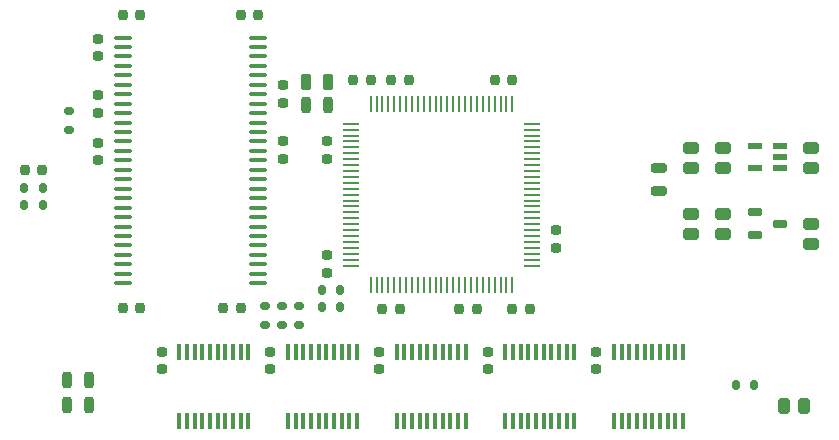
<source format=gtp>
G04 #@! TF.GenerationSoftware,KiCad,Pcbnew,7.0.10*
G04 #@! TF.CreationDate,2024-02-07T20:48:26-05:00*
G04 #@! TF.ProjectId,RAM2E,52414d32-452e-46b6-9963-61645f706362,2.1*
G04 #@! TF.SameCoordinates,Original*
G04 #@! TF.FileFunction,Paste,Top*
G04 #@! TF.FilePolarity,Positive*
%FSLAX46Y46*%
G04 Gerber Fmt 4.6, Leading zero omitted, Abs format (unit mm)*
G04 Created by KiCad (PCBNEW 7.0.10) date 2024-02-07 20:48:26*
%MOMM*%
%LPD*%
G01*
G04 APERTURE LIST*
G04 Aperture macros list*
%AMRoundRect*
0 Rectangle with rounded corners*
0 $1 Rounding radius*
0 $2 $3 $4 $5 $6 $7 $8 $9 X,Y pos of 4 corners*
0 Add a 4 corners polygon primitive as box body*
4,1,4,$2,$3,$4,$5,$6,$7,$8,$9,$2,$3,0*
0 Add four circle primitives for the rounded corners*
1,1,$1+$1,$2,$3*
1,1,$1+$1,$4,$5*
1,1,$1+$1,$6,$7*
1,1,$1+$1,$8,$9*
0 Add four rect primitives between the rounded corners*
20,1,$1+$1,$2,$3,$4,$5,0*
20,1,$1+$1,$4,$5,$6,$7,0*
20,1,$1+$1,$6,$7,$8,$9,0*
20,1,$1+$1,$8,$9,$2,$3,0*%
G04 Aperture macros list end*
%ADD10RoundRect,0.092500X0.092500X-0.592500X0.092500X0.592500X-0.092500X0.592500X-0.092500X-0.592500X0*%
%ADD11RoundRect,0.192500X-0.242500X0.192500X-0.242500X-0.192500X0.242500X-0.192500X0.242500X0.192500X0*%
%ADD12RoundRect,0.192500X0.242500X-0.192500X0.242500X0.192500X-0.242500X0.192500X-0.242500X-0.192500X0*%
%ADD13RoundRect,0.099500X-0.625500X-0.099500X0.625500X-0.099500X0.625500X0.099500X-0.625500X0.099500X0*%
%ADD14RoundRect,0.250000X0.250000X0.425000X-0.250000X0.425000X-0.250000X-0.425000X0.250000X-0.425000X0*%
%ADD15RoundRect,0.250000X-0.425000X0.250000X-0.425000X-0.250000X0.425000X-0.250000X0.425000X0.250000X0*%
%ADD16RoundRect,0.192500X-0.192500X-0.242500X0.192500X-0.242500X0.192500X0.242500X-0.192500X0.242500X0*%
%ADD17RoundRect,0.200000X-0.200000X-0.475000X0.200000X-0.475000X0.200000X0.475000X-0.200000X0.475000X0*%
%ADD18RoundRect,0.250000X0.425000X-0.250000X0.425000X0.250000X-0.425000X0.250000X-0.425000X-0.250000X0*%
%ADD19RoundRect,0.175000X-0.450000X-0.175000X0.450000X-0.175000X0.450000X0.175000X-0.450000X0.175000X0*%
%ADD20RoundRect,0.200000X0.475000X-0.200000X0.475000X0.200000X-0.475000X0.200000X-0.475000X-0.200000X0*%
%ADD21RoundRect,0.150000X-0.150000X-0.275000X0.150000X-0.275000X0.150000X0.275000X-0.150000X0.275000X0*%
%ADD22RoundRect,0.192500X0.192500X0.242500X-0.192500X0.242500X-0.192500X-0.242500X0.192500X-0.242500X0*%
%ADD23RoundRect,0.224700X0.224700X0.437200X-0.224700X0.437200X-0.224700X-0.437200X0.224700X-0.437200X0*%
%ADD24RoundRect,0.150000X-0.275000X0.150000X-0.275000X-0.150000X0.275000X-0.150000X0.275000X0.150000X0*%
%ADD25RoundRect,0.057500X0.645000X0.057500X-0.645000X0.057500X-0.645000X-0.057500X0.645000X-0.057500X0*%
%ADD26RoundRect,0.057500X0.057500X0.645000X-0.057500X0.645000X-0.057500X-0.645000X0.057500X-0.645000X0*%
%ADD27RoundRect,0.150000X0.150000X0.275000X-0.150000X0.275000X-0.150000X-0.275000X0.150000X-0.275000X0*%
%ADD28RoundRect,0.150000X0.275000X-0.150000X0.275000X0.150000X-0.275000X0.150000X-0.275000X-0.150000X0*%
%ADD29RoundRect,0.137500X0.487500X0.137500X-0.487500X0.137500X-0.487500X-0.137500X0.487500X-0.137500X0*%
G04 APERTURE END LIST*
D10*
X236250000Y-127550000D03*
X236900000Y-127550000D03*
X237550000Y-127550000D03*
X238200000Y-127550000D03*
X238850000Y-127550000D03*
X239500000Y-127550000D03*
X240150000Y-127550000D03*
X240800000Y-127550000D03*
X241450000Y-127550000D03*
X242100000Y-127550000D03*
X242100000Y-121650000D03*
X241450000Y-121650000D03*
X240800000Y-121650000D03*
X240150000Y-121650000D03*
X239500000Y-121650000D03*
X238850000Y-121650000D03*
X238200000Y-121650000D03*
X237550000Y-121650000D03*
X236900000Y-121650000D03*
X236250000Y-121650000D03*
D11*
X234750000Y-121650000D03*
X234750000Y-123150000D03*
X253150000Y-121650000D03*
X253150000Y-123150000D03*
D10*
X254650000Y-127550000D03*
X255300000Y-127550000D03*
X255950000Y-127550000D03*
X256600000Y-127550000D03*
X257250000Y-127550000D03*
X257900000Y-127550000D03*
X258550000Y-127550000D03*
X259200000Y-127550000D03*
X259850000Y-127550000D03*
X260500000Y-127550000D03*
X260500000Y-121650000D03*
X259850000Y-121650000D03*
X259200000Y-121650000D03*
X258550000Y-121650000D03*
X257900000Y-121650000D03*
X257250000Y-121650000D03*
X256600000Y-121650000D03*
X255950000Y-121650000D03*
X255300000Y-121650000D03*
X254650000Y-121650000D03*
D11*
X243950000Y-121650000D03*
X243950000Y-123150000D03*
D10*
X217850000Y-127550000D03*
X218500000Y-127550000D03*
X219150000Y-127550000D03*
X219800000Y-127550000D03*
X220450000Y-127550000D03*
X221100000Y-127550000D03*
X221750000Y-127550000D03*
X222400000Y-127550000D03*
X223050000Y-127550000D03*
X223700000Y-127550000D03*
X223700000Y-121650000D03*
X223050000Y-121650000D03*
X222400000Y-121650000D03*
X221750000Y-121650000D03*
X221100000Y-121650000D03*
X220450000Y-121650000D03*
X219800000Y-121650000D03*
X219150000Y-121650000D03*
X218500000Y-121650000D03*
X217850000Y-121650000D03*
X245450000Y-127550000D03*
X246100000Y-127550000D03*
X246750000Y-127550000D03*
X247400000Y-127550000D03*
X248050000Y-127550000D03*
X248700000Y-127550000D03*
X249350000Y-127550000D03*
X250000000Y-127550000D03*
X250650000Y-127550000D03*
X251300000Y-127550000D03*
X251300000Y-121650000D03*
X250650000Y-121650000D03*
X250000000Y-121650000D03*
X249350000Y-121650000D03*
X248700000Y-121650000D03*
X248050000Y-121650000D03*
X247400000Y-121650000D03*
X246750000Y-121650000D03*
X246100000Y-121650000D03*
X245450000Y-121650000D03*
X227050000Y-127550000D03*
X227700000Y-127550000D03*
X228350000Y-127550000D03*
X229000000Y-127550000D03*
X229650000Y-127550000D03*
X230300000Y-127550000D03*
X230950000Y-127550000D03*
X231600000Y-127550000D03*
X232250000Y-127550000D03*
X232900000Y-127550000D03*
X232900000Y-121650000D03*
X232250000Y-121650000D03*
X231600000Y-121650000D03*
X230950000Y-121650000D03*
X230300000Y-121650000D03*
X229650000Y-121650000D03*
X229000000Y-121650000D03*
X228350000Y-121650000D03*
X227700000Y-121650000D03*
X227050000Y-121650000D03*
D11*
X225550000Y-121650000D03*
X225550000Y-123150000D03*
X226600000Y-103850000D03*
X226600000Y-105350000D03*
D12*
X211000000Y-101450000D03*
X211000000Y-99950000D03*
X211000000Y-96650000D03*
X211000000Y-95150000D03*
X211000000Y-105450000D03*
X211000000Y-103950000D03*
D11*
X226600000Y-99050000D03*
X226600000Y-100550000D03*
D13*
X213050000Y-95050000D03*
X213050000Y-95850000D03*
X213050000Y-96650000D03*
X213050000Y-97450000D03*
X213050000Y-98250000D03*
X213050000Y-99050000D03*
X213050000Y-99850000D03*
X213050000Y-100650000D03*
X213050000Y-101450000D03*
X213050000Y-102250000D03*
X213050000Y-103050000D03*
X213050000Y-103850000D03*
X213050000Y-104650000D03*
X213050000Y-105450000D03*
X213050000Y-106250000D03*
X213050000Y-107050000D03*
X213050000Y-107850000D03*
X213050000Y-108650000D03*
X213050000Y-109450000D03*
X213050000Y-110250000D03*
X213050000Y-111050000D03*
X213050000Y-111850000D03*
X213050000Y-112650000D03*
X213050000Y-113450000D03*
X213050000Y-114250000D03*
X213050000Y-115050000D03*
X213050000Y-115850000D03*
X224550000Y-115850000D03*
X224550000Y-115050000D03*
X224550000Y-114250000D03*
X224550000Y-113450000D03*
X224550000Y-112650000D03*
X224550000Y-111850000D03*
X224550000Y-111050000D03*
X224550000Y-110250000D03*
X224550000Y-109450000D03*
X224550000Y-108650000D03*
X224550000Y-107850000D03*
X224550000Y-107050000D03*
X224550000Y-106250000D03*
X224550000Y-105450000D03*
X224550000Y-104650000D03*
X224550000Y-103850000D03*
X224550000Y-103050000D03*
X224550000Y-102250000D03*
X224550000Y-101450000D03*
X224550000Y-100650000D03*
X224550000Y-99850000D03*
X224550000Y-99050000D03*
X224550000Y-98250000D03*
X224550000Y-97450000D03*
X224550000Y-96650000D03*
X224550000Y-95850000D03*
X224550000Y-95050000D03*
D14*
X270725000Y-126238000D03*
X269025000Y-126238000D03*
D15*
X271350000Y-110800000D03*
X271350000Y-112500000D03*
D16*
X223050000Y-93150000D03*
X224550000Y-93150000D03*
D17*
X208346000Y-126174500D03*
X210246000Y-126174500D03*
X208346000Y-124015500D03*
X210246000Y-124015500D03*
D18*
X263900000Y-111650000D03*
X263900000Y-109950000D03*
D19*
X266600000Y-109850000D03*
X266600000Y-111750000D03*
X268700000Y-110800000D03*
D18*
X261200000Y-111650000D03*
X261200000Y-109950000D03*
D16*
X213050000Y-93150000D03*
X214550000Y-93150000D03*
D11*
X216350000Y-121650000D03*
X216350000Y-123150000D03*
D16*
X213050000Y-117950000D03*
X214550000Y-117950000D03*
D18*
X263900000Y-106100000D03*
X263900000Y-104400000D03*
X261200000Y-106100000D03*
X261200000Y-104400000D03*
D20*
X258500000Y-108000000D03*
X258500000Y-106100000D03*
D16*
X221550000Y-117950000D03*
X223050000Y-117950000D03*
D21*
X264950000Y-124500000D03*
X266550000Y-124500000D03*
D16*
X246050000Y-118050000D03*
X247550000Y-118050000D03*
D22*
X234050000Y-98650000D03*
X232550000Y-98650000D03*
D17*
X228550000Y-100800000D03*
X230450000Y-100800000D03*
D23*
X230437500Y-98850000D03*
X228562500Y-98850000D03*
D24*
X226550000Y-117750000D03*
X226550000Y-119350000D03*
X228000000Y-117750000D03*
X228000000Y-119350000D03*
X225100000Y-117750000D03*
X225100000Y-119350000D03*
D25*
X247712500Y-114350000D03*
X247712500Y-113850000D03*
X247712500Y-113350000D03*
X247712500Y-112850000D03*
X247712500Y-112350000D03*
X247712500Y-111850000D03*
X247712500Y-111350000D03*
X247712500Y-110850000D03*
X247712500Y-110350000D03*
X247712500Y-109850000D03*
X247712500Y-109350000D03*
X247712500Y-108850000D03*
X247712500Y-108350000D03*
X247712500Y-107850000D03*
X247712500Y-107350000D03*
X247712500Y-106850000D03*
X247712500Y-106350000D03*
X247712500Y-105850000D03*
X247712500Y-105350000D03*
X247712500Y-104850000D03*
X247712500Y-104350000D03*
X247712500Y-103850000D03*
X247712500Y-103350000D03*
X247712500Y-102850000D03*
X247712500Y-102350000D03*
D26*
X246050000Y-100687500D03*
X245550000Y-100687500D03*
X245050000Y-100687500D03*
X244550000Y-100687500D03*
X244050000Y-100687500D03*
X243550000Y-100687500D03*
X243050000Y-100687500D03*
X242550000Y-100687500D03*
X242050000Y-100687500D03*
X241550000Y-100687500D03*
X241050000Y-100687500D03*
X240550000Y-100687500D03*
X240050000Y-100687500D03*
X239550000Y-100687500D03*
X239050000Y-100687500D03*
X238550000Y-100687500D03*
X238050000Y-100687500D03*
X237550000Y-100687500D03*
X237050000Y-100687500D03*
X236550000Y-100687500D03*
X236050000Y-100687500D03*
X235550000Y-100687500D03*
X235050000Y-100687500D03*
X234550000Y-100687500D03*
X234050000Y-100687500D03*
D25*
X232387500Y-102350000D03*
X232387500Y-102850000D03*
X232387500Y-103350000D03*
X232387500Y-103850000D03*
X232387500Y-104350000D03*
X232387500Y-104850000D03*
X232387500Y-105350000D03*
X232387500Y-105850000D03*
X232387500Y-106350000D03*
X232387500Y-106850000D03*
X232387500Y-107350000D03*
X232387500Y-107850000D03*
X232387500Y-108350000D03*
X232387500Y-108850000D03*
X232387500Y-109350000D03*
X232387500Y-109850000D03*
X232387500Y-110350000D03*
X232387500Y-110850000D03*
X232387500Y-111350000D03*
X232387500Y-111850000D03*
X232387500Y-112350000D03*
X232387500Y-112850000D03*
X232387500Y-113350000D03*
X232387500Y-113850000D03*
X232387500Y-114350000D03*
D26*
X234050000Y-116012500D03*
X234550000Y-116012500D03*
X235050000Y-116012500D03*
X235550000Y-116012500D03*
X236050000Y-116012500D03*
X236550000Y-116012500D03*
X237050000Y-116012500D03*
X237550000Y-116012500D03*
X238050000Y-116012500D03*
X238550000Y-116012500D03*
X239050000Y-116012500D03*
X239550000Y-116012500D03*
X240050000Y-116012500D03*
X240550000Y-116012500D03*
X241050000Y-116012500D03*
X241550000Y-116012500D03*
X242050000Y-116012500D03*
X242550000Y-116012500D03*
X243050000Y-116012500D03*
X243550000Y-116012500D03*
X244050000Y-116012500D03*
X244550000Y-116012500D03*
X245050000Y-116012500D03*
X245550000Y-116012500D03*
X246050000Y-116012500D03*
D22*
X206250000Y-106300000D03*
X204750000Y-106300000D03*
D27*
X206300000Y-107750000D03*
X204700000Y-107750000D03*
X206300000Y-109200000D03*
X204700000Y-109200000D03*
D16*
X235800000Y-98650000D03*
X237300000Y-98650000D03*
D11*
X230350000Y-103850000D03*
X230350000Y-105350000D03*
X230350000Y-113450000D03*
X230350000Y-114950000D03*
D22*
X236550000Y-118050000D03*
X235050000Y-118050000D03*
X243050000Y-118050000D03*
X241550000Y-118050000D03*
D12*
X249750000Y-112850000D03*
X249750000Y-111350000D03*
D22*
X246050000Y-98650000D03*
X244550000Y-98650000D03*
D21*
X229900000Y-117850000D03*
X231500000Y-117850000D03*
X229900000Y-116400000D03*
X231500000Y-116400000D03*
D28*
X208550000Y-102900000D03*
X208550000Y-101300000D03*
D29*
X268700000Y-106100000D03*
X268700000Y-105150000D03*
X268700000Y-104200000D03*
X266600000Y-104200000D03*
X266600000Y-106100000D03*
D18*
X271350000Y-106100000D03*
X271350000Y-104400000D03*
M02*

</source>
